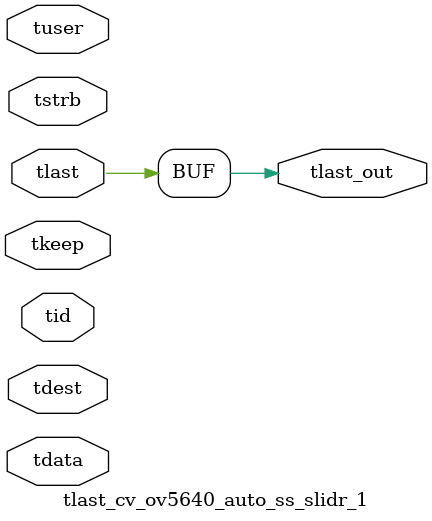
<source format=v>


`timescale 1ps/1ps

module tlast_cv_ov5640_auto_ss_slidr_1 #
(
parameter C_S_AXIS_TID_WIDTH   = 1,
parameter C_S_AXIS_TUSER_WIDTH = 0,
parameter C_S_AXIS_TDATA_WIDTH = 0,
parameter C_S_AXIS_TDEST_WIDTH = 0
)
(
input  [(C_S_AXIS_TID_WIDTH   == 0 ? 1 : C_S_AXIS_TID_WIDTH)-1:0       ] tid,
input  [(C_S_AXIS_TDATA_WIDTH == 0 ? 1 : C_S_AXIS_TDATA_WIDTH)-1:0     ] tdata,
input  [(C_S_AXIS_TUSER_WIDTH == 0 ? 1 : C_S_AXIS_TUSER_WIDTH)-1:0     ] tuser,
input  [(C_S_AXIS_TDEST_WIDTH == 0 ? 1 : C_S_AXIS_TDEST_WIDTH)-1:0     ] tdest,
input  [(C_S_AXIS_TDATA_WIDTH/8)-1:0 ] tkeep,
input  [(C_S_AXIS_TDATA_WIDTH/8)-1:0 ] tstrb,
input  [0:0]                                                             tlast,
output                                                                   tlast_out
);

assign tlast_out = {tlast};

endmodule


</source>
